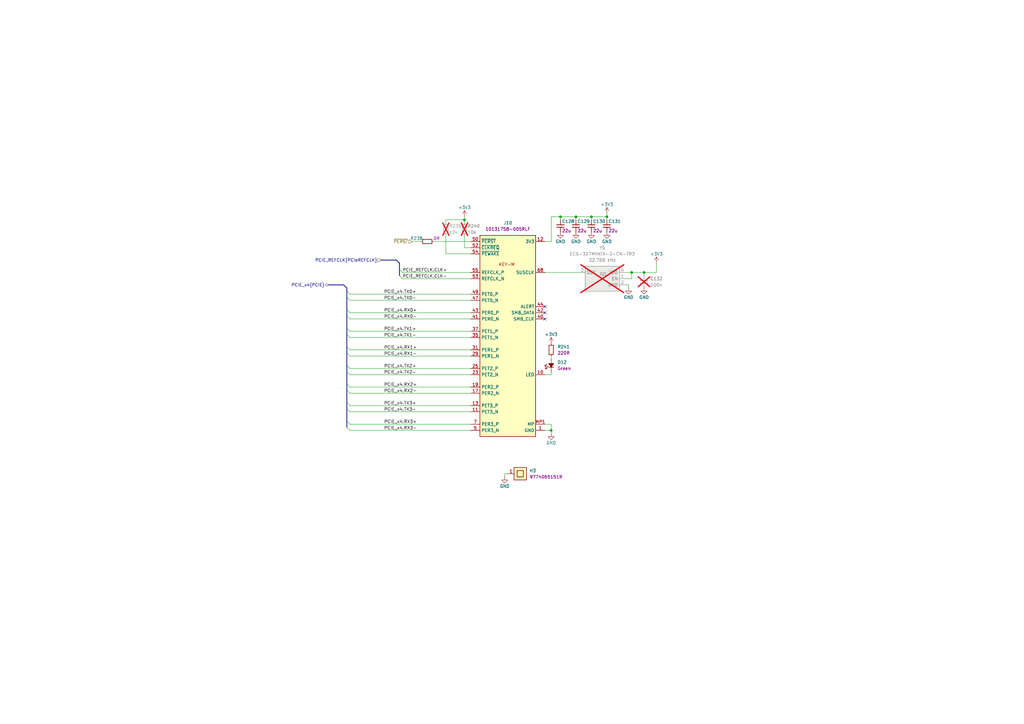
<source format=kicad_sch>
(kicad_sch (version 20250114) (generator "eeschema") (generator_version "9.0")
  (paper "A3")
  (title_block (title "DC-SCM Carrier Card for OSM-L SoMs") (date "2025-10-14") (rev "1.1.0"))
  (lib_symbols
    (symbol "antmicroCapacitors0402:C_100n_0402" (pin_numbers (hide yes)) (pin_names (hide yes))
      (property "Reference" "C" (at 20.32 -5.08 0))
      (property "Val" "100n" (at 20.32 -7.62 0))
      (symbol "C_100n_0402_0_1"
        (polyline (pts (xy 2.032 -1.524) (xy 2.032 1.524)) (stroke (width 0.3048)))
        (polyline (pts (xy 3.048 -1.524) (xy 3.048 1.524)) (stroke (width 0.3302)))
      )
      (symbol "C_100n_0402_1_1"
        (pin passive line (at 0 0 0) (length 2.032) (name "~") (number "1"))
        (pin passive line (at 5.08 0 180) (length 2.032) (name "~") (number "2"))
      )
    )
    (symbol "antmicroCapacitors0603:C_22u_0603" (pin_numbers (hide yes)) (pin_names (hide yes))
      (property "Reference" "C" (at 20.32 -5.08 0))
      (property "Val" "22u" (at 20.32 -7.62 0))
      (symbol "C_22u_0603_0_1"
        (polyline (pts (xy 2.032 -1.524) (xy 2.032 1.524)) (stroke (width 0.3048)))
        (polyline (pts (xy 3.048 -1.524) (xy 3.048 1.524)) (stroke (width 0.3302)))
      )
      (symbol "C_22u_0603_1_1"
        (pin passive line (at 0 0 0) (length 2.032) (name "~") (number "1"))
        (pin passive line (at 5.08 0 180) (length 2.032) (name "~") (number "2"))
      )
    )
    (symbol "antmicroLEDIndicationDiscrete:LED_G_0402_VLMTG1500-GS08" (pin_numbers (hide yes)) (pin_names (hide yes))
      (property "Reference" "D" (at 22.86 -2.54 0))
      (property "Color" "Green" (at 22.86 -5.08 0))
      (symbol "LED_G_0402_VLMTG1500-GS08_0_1"
        (polyline (pts (xy 1.905 0) (xy 0.635 0)))
        (polyline (pts (xy 4.445 0) (xy 3.175 0)))
      )
      (symbol "LED_G_0402_VLMTG1500-GS08_1_1"
        (polyline (pts (xy 1.143 2.286) (xy 1.143 1.778) (xy 1.143 2.286) (xy 1.651 2.286) (xy 1.143 2.286) (xy 2.159 1.27)) (stroke (width 0.254)))
        (polyline (pts (xy 1.778 1.016) (xy 1.778 -1.016)) (stroke (width 0.254)))
        (polyline (pts (xy 2.159 2.54) (xy 2.159 2.032) (xy 2.159 2.54) (xy 2.667 2.54) (xy 2.159 2.54) (xy 3.048 1.651)) (stroke (width 0.254)))
        (polyline (pts (xy 3.302 1.016) (xy 3.302 -1.016) (xy 1.778 0) (xy 3.302 1.016)) (stroke (width 0.254)) (fill (type outline)))
        (pin passive line (at 0 0 0) (length 0.635) (name "C") (number "1"))
        (pin passive line (at 5.08 0 180) (length 0.635) (name "A") (number "2"))
      )
    )
    (symbol "antmicroMechanicalParts:Spacer_Drill3.7mm_H6.5mm_9774065151R"
      (property "Reference" "H" (at 15.24 -5.08 0))
      (property "MPN" "9774065151R" (at 15.24 -7.62 0))
      (symbol "Spacer_Drill3.7mm_H6.5mm_9774065151R_1_1"
        (rectangle (start 2.54 -2.54) (end 7.62 2.54) (stroke (width 0.254)) (fill (type background)))
        (rectangle (start 3.81 -1.27) (end 6.35 1.27) (stroke (width 0.254)) (fill (type background)))
        (pin passive line (at 0 0 0) (length 2.54) (name "~") (number "1"))
      )
    )
    (symbol "antmicroOscillators:Oscillator_32.768kHz_ECS_2520MV"
      (property "Reference" "Y" (at 26.035 -2.54 0))
      (property "MPN" "ECS-327MVATX-2-CN-TR3" (at 26.035 -5.08 0))
      (property "Val" "32.768 kHz" (at 26.035 -10.16 0))
      (symbol "Oscillator_32.768kHz_ECS_2520MV_1_1"
        (rectangle (start 2.54 2.54) (end 16.51 -7.62) (stroke (width 0.254)) (fill (type background)))
        (polyline (pts (xy 7.62 -1.27) (xy 8.255 -1.27) (xy 8.255 0) (xy 8.89 0) (xy 8.89 -1.27) (xy 9.525 -1.27) (xy 9.525 0) (xy 10.16 0) (xy 10.16 -1.27)) (stroke (width 0.254)) (fill (type background)))
        (pin power_in line (at 0 0 0) (length 2.54) (name "VDD") (number "4"))
        (pin input line (at 0 -2.54 0) (length 2.54) (name "EN") (number "1"))
        (pin power_in line (at 0 -5.08 0) (length 2.54) (name "GND") (number "2"))
        (pin output line (at 19.05 0 180) (length 2.54) (name "OUT") (number "3"))
      )
    )
    (symbol "antmicroPciConnectors:Bus_M.2_10131758-005RLF"
      (property "Reference" "J" (at 45.72 6.35 0))
      (property "MPN" "10131758-005RLF" (at 45.72 3.81 0))
      (symbol "Bus_M.2_10131758-005RLF_1_1"
        (rectangle (start 3.81 2.54) (end 26.67 -80.01) (stroke (width 0.254)) (fill (type background)))
        (text "KEY-M" (at 11.43 -10.16 0) (effects (font (size 1.27 1.27)) (justify left bottom)))
        (pin input line (at 0 0 0) (length 3.81) (name "~{PERST}") (number "50"))
        (pin output line (at 0 -2.54 0) (length 3.81) (name "~{CLKREQ}") (number "52"))
        (pin input line (at 0 -5.08 0) (length 3.81) (name "~{PEWAKE}") (number "54"))
        (pin input line (at 0 -12.7 0) (length 3.81) (name "REFCLK_P") (number "55"))
        (pin input line (at 0 -15.24 0) (length 3.81) (name "REFCLK_N") (number "53"))
        (pin input line (at 0 -21.59 0) (length 3.81) (name "PET0_P") (number "49"))
        (pin input line (at 0 -24.13 0) (length 3.81) (name "PET0_N") (number "47"))
        (pin output line (at 0 -29.21 0) (length 3.81) (name "PER0_P") (number "43"))
        (pin output line (at 0 -31.75 0) (length 3.81) (name "PER0_N") (number "41"))
        (pin input line (at 0 -36.83 0) (length 3.81) (name "PET1_P") (number "37"))
        (pin input line (at 0 -39.37 0) (length 3.81) (name "PET1_N") (number "35"))
        (pin output line (at 0 -44.45 0) (length 3.81) (name "PER1_P") (number "31"))
        (pin output line (at 0 -46.99 0) (length 3.81) (name "PER1_N") (number "29"))
        (pin input line (at 0 -52.07 0) (length 3.81) (name "PET2_P") (number "25"))
        (pin input line (at 0 -54.61 0) (length 3.81) (name "PET2_N") (number "23"))
        (pin output line (at 0 -59.69 0) (length 3.81) (name "PER2_P") (number "19"))
        (pin output line (at 0 -62.23 0) (length 3.81) (name "PER2_N") (number "17"))
        (pin input line (at 0 -67.31 0) (length 3.81) (name "PET3_P") (number "13"))
        (pin input line (at 0 -69.85 0) (length 3.81) (name "PET3_N") (number "11"))
        (pin output line (at 0 -74.93 0) (length 3.81) (name "PER3_P") (number "7"))
        (pin output line (at 0 -77.47 0) (length 3.81) (name "PER3_N") (number "5"))
        (pin no_connect line (at 26.67 -38.1 180) (length 3.81) (hide yes) (name "NC") (number "69"))
        (pin no_connect line (at 26.67 -39.37 180) (length 3.81) (hide yes) (name "NC") (number "6"))
        (pin no_connect line (at 26.67 -40.64 180) (length 3.81) (hide yes) (name "NC") (number "67"))
        (pin no_connect line (at 26.67 -41.91 180) (length 3.81) (hide yes) (name "NC") (number "48"))
        (pin no_connect line (at 26.67 -43.18 180) (length 3.81) (hide yes) (name "NC") (number "56"))
        (pin no_connect line (at 26.67 -44.45 180) (length 3.81) (hide yes) (name "NC") (number "20"))
        (pin no_connect line (at 26.67 -45.72 180) (length 3.81) (hide yes) (name "NC") (number "22"))
        (pin no_connect line (at 26.67 -46.99 180) (length 3.81) (hide yes) (name "NC") (number "24"))
        (pin no_connect line (at 26.67 -59.69 180) (length 3.81) (hide yes) (name "NC") (number "26"))
        (pin no_connect line (at 26.67 -60.96 180) (length 3.81) (hide yes) (name "NC") (number "28"))
        (pin no_connect line (at 26.67 -62.23 180) (length 3.81) (hide yes) (name "NC") (number "30"))
        (pin no_connect line (at 26.67 -63.5 180) (length 3.81) (hide yes) (name "NC") (number "32"))
        (pin no_connect line (at 26.67 -64.77 180) (length 3.81) (hide yes) (name "NC") (number "8"))
        (pin no_connect line (at 26.67 -66.04 180) (length 3.81) (hide yes) (name "NC") (number "34"))
        (pin no_connect line (at 26.67 -67.31 180) (length 3.81) (hide yes) (name "NC") (number "36"))
        (pin no_connect line (at 26.67 -68.58 180) (length 3.81) (hide yes) (name "NC") (number "46"))
        (pin no_connect line (at 26.67 -69.85 180) (length 3.81) (hide yes) (name "NC") (number "38"))
        (pin no_connect line (at 26.67 -71.12 180) (length 3.81) (hide yes) (name "NC") (number "58"))
        (pin passive line (at 30.48 0 180) (length 3.81) (name "3V3") (number "12"))
        (pin passive line (at 30.48 0 180) (length 3.81) (hide yes) (name "3V3") (number "14"))
        (pin passive line (at 30.48 0 180) (length 3.81) (hide yes) (name "3V3") (number "16"))
        (pin passive line (at 30.48 0 180) (length 3.81) (hide yes) (name "3V3") (number "18"))
        (pin passive line (at 30.48 0 180) (length 3.81) (hide yes) (name "3V3") (number "2"))
        (pin passive line (at 30.48 0 180) (length 3.81) (hide yes) (name "3V3") (number "4"))
        (pin passive line (at 30.48 0 180) (length 3.81) (hide yes) (name "3V3") (number "70"))
        (pin passive line (at 30.48 0 180) (length 3.81) (hide yes) (name "3V3") (number "72"))
        (pin passive line (at 30.48 0 180) (length 3.81) (hide yes) (name "3V3") (number "74"))
        (pin input line (at 30.48 -12.7 180) (length 3.81) (name "SUSCLK") (number "68"))
        (pin output line (at 30.48 -26.67 180) (length 3.81) (name "ALERT") (number "44"))
        (pin bidirectional line (at 30.48 -29.21 180) (length 3.81) (name "SMB_DATA") (number "42"))
        (pin input line (at 30.48 -31.75 180) (length 3.81) (name "SMB_CLK") (number "40"))
        (pin passive line (at 30.48 -54.61 180) (length 3.81) (name "LED") (number "10"))
        (pin passive line (at 30.48 -74.93 180) (length 3.81) (name "MP") (number "MP1"))
        (pin passive line (at 30.48 -74.93 180) (length 3.81) (hide yes) (name "MP") (number "MP2"))
        (pin power_in line (at 30.48 -77.47 180) (length 3.81) (name "GND") (number "1"))
        (pin passive line (at 30.48 -77.47 180) (length 3.81) (hide yes) (name "GND") (number "15"))
        (pin passive line (at 30.48 -77.47 180) (length 3.81) (hide yes) (name "GND") (number "21"))
        (pin passive line (at 30.48 -77.47 180) (length 3.81) (hide yes) (name "GND") (number "27"))
        (pin passive line (at 30.48 -77.47 180) (length 3.81) (hide yes) (name "GND") (number "3"))
        (pin passive line (at 30.48 -77.47 180) (length 3.81) (hide yes) (name "GND") (number "33"))
        (pin passive line (at 30.48 -77.47 180) (length 3.81) (hide yes) (name "GND") (number "39"))
        (pin passive line (at 30.48 -77.47 180) (length 3.81) (hide yes) (name "GND") (number "45"))
        (pin passive line (at 30.48 -77.47 180) (length 3.81) (hide yes) (name "GND") (number "51"))
        (pin passive line (at 30.48 -77.47 180) (length 3.81) (hide yes) (name "GND") (number "57"))
        (pin passive line (at 30.48 -77.47 180) (length 3.81) (hide yes) (name "GND") (number "71"))
        (pin passive line (at 30.48 -77.47 180) (length 3.81) (hide yes) (name "GND") (number "73"))
        (pin passive line (at 30.48 -77.47 180) (length 3.81) (hide yes) (name "GND") (number "75"))
        (pin passive line (at 30.48 -77.47 180) (length 3.81) (hide yes) (name "GND") (number "9"))
      )
    )
    (symbol "antmicroResistors0402:R_0R_0402" (pin_numbers (hide yes)) (pin_names (hide yes))
      (property "Reference" "R" (at 20.32 -5.08 0))
      (property "Val" "0R" (at 20.32 -7.62 0))
      (symbol "R_0R_0402_0_1"
        (rectangle (start 0.635 0.889) (end 4.445 -0.889) (stroke (width 0.254)))
      )
      (symbol "R_0R_0402_1_1"
        (pin passive line (at 0 0 0) (length 0.635) (name "~") (number "1"))
        (pin passive line (at 5.08 0 180) (length 0.635) (name "~") (number "2"))
      )
    )
    (symbol "antmicroResistors0402:R_10k_0402" (pin_numbers (hide yes)) (pin_names (hide yes))
      (property "Reference" "R" (at 20.32 -5.08 0))
      (property "Val" "10k" (at 20.32 -7.62 0))
      (symbol "R_10k_0402_0_1"
        (rectangle (start 0.635 0.889) (end 4.445 -0.889) (stroke (width 0.254)))
      )
      (symbol "R_10k_0402_1_1"
        (pin passive line (at 0 0 0) (length 0.635) (name "~") (number "1"))
        (pin passive line (at 5.08 0 180) (length 0.635) (name "~") (number "2"))
      )
    )
    (symbol "antmicroResistors0402:R_220R_0402" (pin_numbers (hide yes)) (pin_names (hide yes))
      (property "Reference" "R" (at 20.32 -5.08 0))
      (property "Val" "220R" (at 20.32 -7.62 0))
      (symbol "R_220R_0402_0_1"
        (rectangle (start 0.635 0.889) (end 4.445 -0.889) (stroke (width 0.254)))
      )
      (symbol "R_220R_0402_1_1"
        (pin passive line (at 0 0 0) (length 0.635) (name "~") (number "1"))
        (pin passive line (at 5.08 0 180) (length 0.635) (name "~") (number "2"))
      )
    )
    (symbol "antmicropower:+3V3" (power) (pin_numbers (hide yes)) (pin_names (hide yes))
      (property "Value" "+3V3" (at -3.175 2.54 0))
      (symbol "+3V3_0_1"
        (polyline (pts (xy 0 2.54) (xy -0.762 1.27)))
        (polyline (pts (xy 0 2.54) (xy 0.762 1.27)))
        (polyline (pts (xy 0 0) (xy 0 2.54)))
      )
      (symbol "+3V3_1_1"
        (pin power_in line (at 0 0 90) (length 0) (hide yes) (name "+3V3") (number "1"))
      )
    )
    (symbol "antmicropower:GND" (power) (pin_numbers (hide yes)) (pin_names (hide yes))
      (property "Value" "GND" (at 8.89 -5.08 0))
      (symbol "GND_1_1"
        (polyline (pts (xy 0 0) (xy 0 -1.27) (xy 1.27 -1.27) (xy 0 -2.54) (xy -1.27 -1.27) (xy 0 -1.27)))
        (pin power_in line (at 0 0 270) (length 0) (name "GND") (number "1"))
      )
    )
  )
  (junction (at 242.57 88.9))
  (junction (at 259.08 111.76))
  (junction (at 229.87 88.9))
  (junction (at 190.5 90.17))
  (junction (at 236.22 88.9))
  (junction (at 226.06 176.53))
  (junction (at 264.16 111.76))
  (junction (at 248.92 88.9))
  (no_connect (at 223.52 130.81))
  (no_connect (at 223.52 128.27))
  (no_connect (at 223.52 125.73))
  (bus_entry (at 142.24 175.26) (size 1.27 1.27))
  (bus_entry (at 142.24 167.64) (size 1.27 1.27))
  (bus_entry (at 142.24 134.62) (size 1.27 1.27))
  (bus_entry (at 142.24 160.02) (size 1.27 1.27))
  (bus_entry (at 142.24 165.1) (size 1.27 1.27))
  (bus_entry (at 163.83 113.03) (size 1.27 1.27))
  (bus_entry (at 142.24 121.92) (size 1.27 1.27))
  (bus_entry (at 142.24 172.72) (size 1.27 1.27))
  (bus_entry (at 142.24 152.4) (size 1.27 1.27))
  (bus_entry (at 142.24 137.16) (size 1.27 1.27))
  (bus_entry (at 142.24 127) (size 1.27 1.27))
  (bus_entry (at 142.24 119.38) (size 1.27 1.27))
  (bus_entry (at 142.24 157.48) (size 1.27 1.27))
  (bus_entry (at 142.24 144.78) (size 1.27 1.27))
  (bus_entry (at 142.24 129.54) (size 1.27 1.27))
  (bus_entry (at 142.24 149.86) (size 1.27 1.27))
  (bus_entry (at 163.83 110.49) (size 1.27 1.27))
  (bus_entry (at 142.24 142.24) (size 1.27 1.27))
  (wire (pts (xy 248.92 87.63) (xy 248.92 88.9)))
  (bus (pts (xy 142.24 167.64) (xy 142.24 172.72)))
  (wire (pts (xy 256.54 114.3) (xy 259.08 114.3)))
  (bus (pts (xy 162.56 106.68) (xy 163.83 107.95)))
  (wire (pts (xy 182.88 104.14) (xy 182.88 96.52)))
  (bus (pts (xy 142.24 172.72) (xy 142.24 175.26)))
  (wire (pts (xy 168.91 99.06) (xy 172.72 99.06)))
  (wire (pts (xy 143.51 128.27) (xy 193.04 128.27)))
  (wire (pts (xy 143.51 130.81) (xy 193.04 130.81)))
  (bus (pts (xy 142.24 129.54) (xy 142.24 134.62)))
  (wire (pts (xy 259.08 111.76) (xy 256.54 111.76)))
  (wire (pts (xy 257.81 116.84) (xy 257.81 118.11)))
  (wire (pts (xy 143.51 158.75) (xy 193.04 158.75)))
  (wire (pts (xy 236.22 88.9) (xy 236.22 90.17)))
  (wire (pts (xy 143.51 153.67) (xy 193.04 153.67)))
  (wire (pts (xy 143.51 143.51) (xy 193.04 143.51)))
  (wire (pts (xy 165.1 114.3) (xy 193.04 114.3)))
  (wire (pts (xy 190.5 96.52) (xy 190.5 101.6)))
  (wire (pts (xy 226.06 173.99) (xy 226.06 176.53)))
  (wire (pts (xy 207.01 194.31) (xy 208.28 194.31)))
  (wire (pts (xy 207.01 195.58) (xy 207.01 194.31)))
  (wire (pts (xy 190.5 88.9) (xy 190.5 90.17)))
  (wire (pts (xy 269.24 111.76) (xy 264.16 111.76)))
  (bus (pts (xy 142.24 137.16) (xy 142.24 142.24)))
  (wire (pts (xy 190.5 90.17) (xy 182.88 90.17)))
  (wire (pts (xy 264.16 111.76) (xy 264.16 113.03)))
  (bus (pts (xy 142.24 165.1) (xy 142.24 167.64)))
  (bus (pts (xy 142.24 160.02) (xy 142.24 165.1)))
  (bus (pts (xy 156.21 106.68) (xy 162.56 106.68)))
  (wire (pts (xy 226.06 146.05) (xy 226.06 147.32)))
  (wire (pts (xy 236.22 88.9) (xy 242.57 88.9)))
  (bus (pts (xy 142.24 149.86) (xy 142.24 152.4)))
  (bus (pts (xy 140.97 116.84) (xy 142.24 118.11)))
  (wire (pts (xy 256.54 116.84) (xy 257.81 116.84)))
  (bus (pts (xy 142.24 118.11) (xy 142.24 119.38)))
  (wire (pts (xy 143.51 176.53) (xy 193.04 176.53)))
  (bus (pts (xy 142.24 144.78) (xy 142.24 149.86)))
  (bus (pts (xy 163.83 107.95) (xy 163.83 110.49)))
  (wire (pts (xy 143.51 151.13) (xy 193.04 151.13)))
  (wire (pts (xy 143.51 138.43) (xy 193.04 138.43)))
  (wire (pts (xy 223.52 99.06) (xy 226.06 99.06)))
  (wire (pts (xy 193.04 104.14) (xy 182.88 104.14)))
  (wire (pts (xy 143.51 123.19) (xy 193.04 123.19)))
  (wire (pts (xy 248.92 88.9) (xy 248.92 90.17)))
  (bus (pts (xy 142.24 134.62) (xy 142.24 137.16)))
  (wire (pts (xy 226.06 153.67) (xy 226.06 152.4)))
  (wire (pts (xy 226.06 99.06) (xy 226.06 88.9)))
  (wire (pts (xy 182.88 90.17) (xy 182.88 91.44)))
  (wire (pts (xy 269.24 107.95) (xy 269.24 111.76)))
  (wire (pts (xy 223.52 111.76) (xy 237.49 111.76)))
  (wire (pts (xy 259.08 114.3) (xy 259.08 111.76)))
  (wire (pts (xy 143.51 168.91) (xy 193.04 168.91)))
  (wire (pts (xy 143.51 166.37) (xy 193.04 166.37)))
  (wire (pts (xy 190.5 90.17) (xy 190.5 91.44)))
  (bus (pts (xy 142.24 121.92) (xy 142.24 127)))
  (bus (pts (xy 134.62 116.84) (xy 140.97 116.84)))
  (wire (pts (xy 242.57 88.9) (xy 242.57 90.17)))
  (bus (pts (xy 142.24 127) (xy 142.24 129.54)))
  (bus (pts (xy 142.24 152.4) (xy 142.24 157.48)))
  (wire (pts (xy 143.51 173.99) (xy 193.04 173.99)))
  (wire (pts (xy 229.87 88.9) (xy 229.87 90.17)))
  (wire (pts (xy 177.8 99.06) (xy 193.04 99.06)))
  (wire (pts (xy 226.06 176.53) (xy 226.06 177.8)))
  (wire (pts (xy 143.51 135.89) (xy 193.04 135.89)))
  (wire (pts (xy 223.52 176.53) (xy 226.06 176.53)))
  (wire (pts (xy 242.57 88.9) (xy 248.92 88.9)))
  (bus (pts (xy 142.24 119.38) (xy 142.24 121.92)))
  (wire (pts (xy 223.52 173.99) (xy 226.06 173.99)))
  (wire (pts (xy 143.51 120.65) (xy 193.04 120.65)))
  (wire (pts (xy 143.51 161.29) (xy 193.04 161.29)))
  (bus (pts (xy 142.24 142.24) (xy 142.24 144.78)))
  (wire (pts (xy 226.06 88.9) (xy 229.87 88.9)))
  (wire (pts (xy 143.51 146.05) (xy 193.04 146.05)))
  (wire (pts (xy 223.52 153.67) (xy 226.06 153.67)))
  (bus (pts (xy 163.83 110.49) (xy 163.83 113.03)))
  (wire (pts (xy 229.87 88.9) (xy 236.22 88.9)))
  (wire (pts (xy 190.5 101.6) (xy 193.04 101.6)))
  (wire (pts (xy 165.1 111.76) (xy 193.04 111.76)))
  (wire (pts (xy 259.08 111.76) (xy 264.16 111.76)))
  (bus (pts (xy 142.24 157.48) (xy 142.24 160.02)))
  (label "PCIE_x4.RX1-" (at 157.48 146.05 0))
  (label "PCIE_x4.TX1-" (at 157.48 138.43 0))
  (label "PCIE_x4.TX2-" (at 157.48 153.67 0))
  (label "PCIE_x4.TX0+" (at 157.48 120.65 0))
  (label "PCIE_x4.TX3-" (at 157.48 168.91 0))
  (label "PCIE_x4.TX2+" (at 157.48 151.13 0))
  (label "PCIE_x4.RX0+" (at 157.48 128.27 0))
  (label "PCIE_x4.RX2-" (at 157.48 161.29 0))
  (label "PCIE_x4.RX1+" (at 157.48 143.51 0))
  (label "PCIE_x4.TX1+" (at 157.48 135.89 0))
  (label "PCIE_x4.RX3+" (at 157.48 173.99 0))
  (label "PCIE_x4.RX0-" (at 157.48 130.81 0))
  (label "PCIE_REFCLK.CLK+" (at 165.1 111.76 0))
  (label "PCIE_x4.TX3+" (at 157.48 166.37 0))
  (label "PCIE_x4.RX3-" (at 157.48 176.53 0))
  (label "PCIE_x4.TX0-" (at 157.48 123.19 0))
  (label "PCIE_REFCLK.CLK-" (at 165.1 114.3 0))
  (label "PCIE_x4.RX2+" (at 157.48 158.75 0))
  (hierarchical_label "~{PERST}" (shape input) (at 168.91 99.06 180))
  (hierarchical_label "PCIE_x4{PCIE}" (shape bidirectional) (at 134.62 116.84 180))
  (hierarchical_label "PCIE_REFCLK{PCIeREFCLK}" (shape input) (at 156.21 106.68 180))
  (symbol (lib_id "antmicroResistors0402:R_0R_0402") (at 172.72 99.06 0) (unit 1)
    (property "Reference" "R238" (at 170.815 97.79 0))
    (property "Value" "R_0R_0402" (effects (hide yes)))
    (property "Footprint" "antmicro-footprints:R_0402_1005Metric" (effects (hide yes)))
    (property "Datasheet" "https://industrial.panasonic.com/cdbs/www-data/pdf/RDA0000/AOA0000C301.pdf" (effects (hide yes)))
    (property "Description" "SMD Chip Resistor, Jumper, 0 ohm, 100 mW, 0402 [1005 Metric], Thick Film, General Purpose" (effects (hide yes)))
    (property "MPN" "ERJ2GE0R00X" (effects (hide yes)))
    (property "Manufacturer" "Panasonic" (effects (hide yes)))
    (property "License" "Apache-2.0" (effects (hide yes)))
    (property "Author" "Antmicro" (effects (hide yes)))
    (property "Val" "0R" (at 179.07 97.79 0))
    (property "Current" "1A" (effects (hide yes)))
  )
  (symbol (lib_id "antmicropower:GND") (at 248.92 95.25 0) (unit 1)
    (property "Reference" "#PWR0246" (effects (hide yes)))
    (property "Value" "GND" (at 248.92 99.06 0))
    (property "Author" "Antmicro" (effects (hide yes)))
    (property "License" "Apache-2.0" (effects (hide yes)))
  )
  (symbol (lib_id "antmicroCapacitors0603:C_22u_0603") (at 248.92 95.25 90) (unit 1)
    (property "Reference" "C131" (at 249.555 90.805 90) (effects (justify right)))
    (property "Value" "C_22u_0603" (effects (hide yes)))
    (property "Footprint" "antmicro-footprints:C_0603_1608Metric" (effects (hide yes)))
    (property "Datasheet" "https://www.murata.com/products/productdetail?partno=GRM188R60J226MEA0%23" (effects (hide yes)))
    (property "Description" "SMD Multilayer Ceramic Capacitor, 22 µF, 6.3 V, 0603 [1608 Metric], ± 20%, X5R, GRM Series" (effects (hide yes)))
    (property "MPN" "GRM188R60J226MEA0D" (effects (hide yes)))
    (property "Manufacturer" "Murata" (effects (hide yes)))
    (property "License" "Apache-2.0" (effects (hide yes)))
    (property "Author" "Antmicro" (effects (hide yes)))
    (property "Val" "22u" (at 249.555 94.615 90) (effects (justify right)))
  )
  (symbol (lib_id "antmicroCapacitors0402:C_100n_0402") (at 264.16 118.11 90) (unit 1) (in_bom no) (dnp yes)
    (property "Reference" "C132" (at 266.7 114.2936 90) (effects (justify right)))
    (property "Value" "C_100n_0402" (effects (hide yes)))
    (property "Footprint" "antmicro-footprints:C_0402_1005Metric" (effects (hide yes)))
    (property "Datasheet" "https://www.murata.com/products/productdetail?partno=GRM155R61H104KE14%23" (effects (hide yes)))
    (property "Description" "SMD Multilayer Ceramic Capacitor, 0.1 µF, 50 V, 0402 [1005 Metric], ± 10%, X5R, GRM Series" (effects (hide yes)))
    (property "MPN" "GRM155R61H104KE14D" (effects (hide yes)))
    (property "Manufacturer" "Murata" (effects (hide yes)))
    (property "License" "Apache-2.0" (effects (hide yes)))
    (property "Author" "Antmicro" (effects (hide yes)))
    (property "Val" "100n" (at 266.7 116.8336 90) (effects (justify right)))
    (property "Voltage" "50V" (effects (hide yes)))
    (property "Dielectric" "X5R" (effects (hide yes)))
  )
  (symbol (lib_id "antmicroOscillators:Oscillator_32.768kHz_ECS_2520MV") (at 256.54 111.76 0) (mirror y) (unit 1) (in_bom no) (dnp yes)
    (property "Reference" "Y5" (at 247.015 101.6 0))
    (property "Value" "Oscillator_32.768kHz_ECS_2520MV" (effects (hide yes)))
    (property "Footprint" "antmicro-footprints:Oscillator_SMD_ECS_2520MV_2.5x2mm" (effects (hide yes)))
    (property "Datasheet" "https://ecsxtal.com/store/pdf/ECS-327MVATX.pdf" (effects (hide yes)))
    (property "Description" "32.768 kHz XO (Standard) CMOS Oscillator 1.6V ~ 3.6V Enable/Disable 4-SMD, No Lead" (effects (hide yes)))
    (property "Manufacturer" "ECS Inc. International" (effects (hide yes)))
    (property "MPN" "ECS-327MVATX-2-CN-TR3" (at 247.015 104.14 0))
    (property "Val" "32.768 kHz" (at 247.015 106.68 0))
    (property "Author" "Antmicro" (effects (hide yes)))
    (property "License" "Apache-2.0" (effects (hide yes)))
  )
  (symbol (lib_id "antmicroCapacitors0603:C_22u_0603") (at 236.22 95.25 90) (unit 1)
    (property "Reference" "C129" (at 236.855 90.805 90) (effects (justify right)))
    (property "Value" "C_22u_0603" (effects (hide yes)))
    (property "Footprint" "antmicro-footprints:C_0603_1608Metric" (effects (hide yes)))
    (property "Datasheet" "https://www.murata.com/products/productdetail?partno=GRM188R60J226MEA0%23" (effects (hide yes)))
    (property "Description" "SMD Multilayer Ceramic Capacitor, 22 µF, 6.3 V, 0603 [1608 Metric], ± 20%, X5R, GRM Series" (effects (hide yes)))
    (property "MPN" "GRM188R60J226MEA0D" (effects (hide yes)))
    (property "Manufacturer" "Murata" (effects (hide yes)))
    (property "License" "Apache-2.0" (effects (hide yes)))
    (property "Author" "Antmicro" (effects (hide yes)))
    (property "Val" "22u" (at 236.855 94.615 90) (effects (justify right)))
  )
  (symbol (lib_id "antmicroCapacitors0603:C_22u_0603") (at 229.87 95.25 90) (unit 1)
    (property "Reference" "C128" (at 230.505 90.805 90) (effects (justify right)))
    (property "Value" "C_22u_0603" (effects (hide yes)))
    (property "Footprint" "antmicro-footprints:C_0603_1608Metric" (effects (hide yes)))
    (property "Datasheet" "https://www.murata.com/products/productdetail?partno=GRM188R60J226MEA0%23" (effects (hide yes)))
    (property "Description" "SMD Multilayer Ceramic Capacitor, 22 µF, 6.3 V, 0603 [1608 Metric], ± 20%, X5R, GRM Series" (effects (hide yes)))
    (property "MPN" "GRM188R60J226MEA0D" (effects (hide yes)))
    (property "Manufacturer" "Murata" (effects (hide yes)))
    (property "License" "Apache-2.0" (effects (hide yes)))
    (property "Author" "Antmicro" (effects (hide yes)))
    (property "Val" "22u" (at 230.505 94.615 90) (effects (justify right)))
  )
  (symbol (lib_id "antmicroResistors0402:R_10k_0402") (at 190.5 96.52 90) (unit 1) (in_bom no) (dnp yes)
    (property "Reference" "R240" (at 191.77 92.71 90) (effects (justify right)))
    (property "Value" "R_10k_0402" (effects (hide yes)))
    (property "Footprint" "antmicro-footprints:R_0402_1005Metric" (effects (hide yes)))
    (property "Datasheet" "https://www.bourns.com/docs/product-datasheets/cr.pdf" (effects (hide yes)))
    (property "Description" "SMD Chip Resistor, 10 kohm, ± 1%, 62.5 mW, 0402 [1005 Metric], Thick Film, General Purpose" (effects (hide yes)))
    (property "MPN" "CR0402-FX-1002GLF" (effects (hide yes)))
    (property "Manufacturer" "Bourns" (effects (hide yes)))
    (property "License" "Apache-2.0" (effects (hide yes)))
    (property "Author" "Antmicro" (effects (hide yes)))
    (property "Val" "10k" (at 191.77 95.25 90) (effects (justify right)))
    (property "Tolerance" "1%" (effects (hide yes)))
  )
  (symbol (lib_id "antmicropower:+3V3") (at 248.92 87.63 0) (unit 1)
    (property "Reference" "#PWR0245" (effects (hide yes)))
    (property "Value" "+3V3" (at 248.92 83.82 0))
    (property "Author" "Antmicro" (effects (hide yes)))
    (property "License" "Apache-2.0" (effects (hide yes)))
  )
  (symbol (lib_id "antmicroPciConnectors:Bus_M.2_10131758-005RLF") (at 193.04 99.06 0) (unit 1)
    (property "Reference" "J10" (at 208.28 91.44 0))
    (property "Value" "Bus_M.2_10131758-005RLF" (effects (hide yes)))
    (property "Footprint" "antmicro-footprints:Bus_M.2_Socket_Key_M_Amphenol_10131758-005RLF" (effects (hide yes)))
    (property "Datasheet" "https://cdn.amphenol-cs.com/media/wysiwyg/files/documentation/datasheet/ssio/ssio_pcie_m2.pdf" (effects (hide yes)))
    (property "Description" "Card Edge Connector, 0, Dual Side, 67 Contacts, Surface Mount, Right Angle, Solder" (effects (hide yes)))
    (property "MPN" "10131758-005RLF" (at 208.28 93.98 0))
    (property "Manufacturer" "Amphenol" (effects (hide yes)))
    (property "Author" "Antmicro" (effects (hide yes)))
    (property "License" "Apache-2.0" (effects (hide yes)))
  )
  (symbol (lib_id "antmicropower:+3V3") (at 190.5 88.9 0) (unit 1)
    (property "Reference" "#PWR0238" (effects (hide yes)))
    (property "Value" "+3V3" (at 190.5 85.09 0))
    (property "Author" "Antmicro" (effects (hide yes)))
    (property "License" "Apache-2.0" (effects (hide yes)))
  )
  (symbol (lib_id "antmicroResistors0402:R_10k_0402") (at 182.88 96.52 90) (unit 1) (in_bom no) (dnp yes)
    (property "Reference" "R239" (at 184.15 92.71 90) (effects (justify right)))
    (property "Value" "R_10k_0402" (effects (hide yes)))
    (property "Footprint" "antmicro-footprints:R_0402_1005Metric" (effects (hide yes)))
    (property "Datasheet" "https://www.bourns.com/docs/product-datasheets/cr.pdf" (effects (hide yes)))
    (property "Description" "SMD Chip Resistor, 10 kohm, ± 1%, 62.5 mW, 0402 [1005 Metric], Thick Film, General Purpose" (effects (hide yes)))
    (property "MPN" "CR0402-FX-1002GLF" (effects (hide yes)))
    (property "Manufacturer" "Bourns" (effects (hide yes)))
    (property "License" "Apache-2.0" (effects (hide yes)))
    (property "Author" "Antmicro" (effects (hide yes)))
    (property "Val" "10k" (at 184.15 95.25 90) (effects (justify right)))
    (property "Tolerance" "1%" (effects (hide yes)))
  )
  (symbol (lib_id "antmicroResistors0402:R_220R_0402") (at 226.06 146.05 90) (unit 1)
    (property "Reference" "R241" (at 228.6 142.24 90) (effects (justify right)))
    (property "Value" "R_220R_0402" (effects (hide yes)))
    (property "Footprint" "antmicro-footprints:R_0402_1005Metric" (effects (hide yes)))
    (property "Datasheet" "https://www.bourns.com/docs/product-datasheets/cr.pdf" (effects (hide yes)))
    (property "Description" "SMD Chip Resistor, 220 ohm, ± 1%, 62.5 mW, 0402 [1005 Metric], Thick Film, General Purpose" (effects (hide yes)))
    (property "MPN" "CR0402-FX-2200GLF" (effects (hide yes)))
    (property "Manufacturer" "Bourns" (effects (hide yes)))
    (property "License" "Apache-2.0" (effects (hide yes)))
    (property "Author" "Antmicro" (effects (hide yes)))
    (property "Val" "220R" (at 228.6 144.78 90) (effects (justify right)))
    (property "Tolerance" "1%" (effects (hide yes)))
  )
  (symbol (lib_id "antmicropower:GND") (at 236.22 95.25 0) (unit 1)
    (property "Reference" "#PWR0243" (effects (hide yes)))
    (property "Value" "GND" (at 236.22 99.06 0))
    (property "Author" "Antmicro" (effects (hide yes)))
    (property "License" "Apache-2.0" (effects (hide yes)))
  )
  (symbol (lib_id "antmicroMechanicalParts:Spacer_Drill3.7mm_H6.5mm_9774065151R") (at 208.28 194.31 0) (unit 1)
    (property "Reference" "H3" (at 217.17 193.04 0) (effects (justify left)))
    (property "Value" "Spacer_Drill3.7mm_H6.5mm_9774065151R" (effects (hide yes)))
    (property "Footprint" "antmicro-footprints:Spacer_Drill3.7mm_H6.5mm_9774065151R" (effects (hide yes)))
    (property "Datasheet" "https://www.we-online.com/components/products/datasheet/9774065151R.pdf" (effects (hide yes)))
    (property "Description" "Standoff, Steel, M2.5, Hex Female-Female, 6.5 mm, 7.9 mm, WA-SMSI Series" (effects (hide yes)))
    (property "Manufacturer" "Würth Elektronik" (effects (hide yes)))
    (property "MPN" "9774065151R" (at 217.17 195.58 0) (effects (justify left)))
    (property "Author" "Antmicro" (effects (hide yes)))
    (property "License" "Apache-2.0" (effects (hide yes)))
  )
  (symbol (lib_id "antmicropower:GND") (at 226.06 177.8 0) (unit 1)
    (property "Reference" "#PWR0241" (effects (hide yes)))
    (property "Value" "GND" (at 226.06 181.61 0))
    (property "Author" "Antmicro" (effects (hide yes)))
    (property "License" "Apache-2.0" (effects (hide yes)))
  )
  (symbol (lib_id "antmicroCapacitors0603:C_22u_0603") (at 242.57 95.25 90) (unit 1)
    (property "Reference" "C130" (at 243.205 90.805 90) (effects (justify right)))
    (property "Value" "C_22u_0603" (effects (hide yes)))
    (property "Footprint" "antmicro-footprints:C_0603_1608Metric" (effects (hide yes)))
    (property "Datasheet" "https://www.murata.com/products/productdetail?partno=GRM188R60J226MEA0%23" (effects (hide yes)))
    (property "Description" "SMD Multilayer Ceramic Capacitor, 22 µF, 6.3 V, 0603 [1608 Metric], ± 20%, X5R, GRM Series" (effects (hide yes)))
    (property "MPN" "GRM188R60J226MEA0D" (effects (hide yes)))
    (property "Manufacturer" "Murata" (effects (hide yes)))
    (property "License" "Apache-2.0" (effects (hide yes)))
    (property "Author" "Antmicro" (effects (hide yes)))
    (property "Val" "22u" (at 243.205 94.615 90) (effects (justify right)))
  )
  (symbol (lib_id "antmicropower:GND") (at 229.87 95.25 0) (unit 1)
    (property "Reference" "#PWR0242" (effects (hide yes)))
    (property "Value" "GND" (at 229.87 99.06 0))
    (property "Author" "Antmicro" (effects (hide yes)))
    (property "License" "Apache-2.0" (effects (hide yes)))
  )
  (symbol (lib_id "antmicropower:GND") (at 264.16 118.11 0) (unit 1)
    (property "Reference" "#PWR0248" (effects (hide yes)))
    (property "Value" "GND" (at 264.16 121.92 0))
    (property "Author" "Antmicro" (effects (hide yes)))
    (property "License" "Apache-2.0" (effects (hide yes)))
  )
  (symbol (lib_id "antmicropower:GND") (at 242.57 95.25 0) (unit 1)
    (property "Reference" "#PWR0244" (effects (hide yes)))
    (property "Value" "GND" (at 242.57 99.06 0))
    (property "Author" "Antmicro" (effects (hide yes)))
    (property "License" "Apache-2.0" (effects (hide yes)))
  )
  (symbol (lib_id "antmicropower:GND") (at 257.81 118.11 0) (unit 1)
    (property "Reference" "#PWR0247" (effects (hide yes)))
    (property "Value" "GND" (at 257.81 121.92 0))
    (property "Author" "Antmicro" (effects (hide yes)))
    (property "License" "Apache-2.0" (effects (hide yes)))
  )
  (symbol (lib_id "antmicropower:GND") (at 207.01 195.58 0) (unit 1)
    (property "Reference" "#PWR0239" (effects (hide yes)))
    (property "Value" "GND" (at 207.01 199.39 0))
    (property "Author" "Antmicro" (effects (hide yes)))
    (property "License" "Apache-2.0" (effects (hide yes)))
  )
  (symbol (lib_id "antmicroLEDIndicationDiscrete:LED_G_0402_VLMTG1500-GS08") (at 226.06 152.4 90) (unit 1)
    (property "Reference" "D12" (at 228.6 148.59 90) (effects (justify right)))
    (property "Value" "LED_G_0402_VLMTG1500-GS08" (effects (hide yes)))
    (property "Footprint" "antmicro-footprints:LED_0402_1005Metric_G" (effects (hide yes)))
    (property "Datasheet" "https://www.vishay.com/docs/82554/vlmo1500.pdf" (effects (hide yes)))
    (property "Description" "LED, Green, SMD, 1005, 5 mA, 3.1 V, 535 nm" (effects (hide yes)))
    (property "MPN" "VLMTG1500-GS08" (effects (hide yes)))
    (property "Manufacturer" "Vishay" (effects (hide yes)))
    (property "Color" "Green" (at 228.6 151.1299 90) (effects (justify right)))
    (property "Author" "Antmicro" (effects (hide yes)))
    (property "License" "Apache-2.0" (effects (hide yes)))
  )
  (symbol (lib_id "antmicropower:+3V3") (at 269.24 107.95 0) (unit 1)
    (property "Reference" "#PWR0418" (effects (hide yes)))
    (property "Value" "+3V3" (at 269.24 104.14 0))
    (property "Author" "Antmicro" (effects (hide yes)))
    (property "License" "Apache-2.0" (effects (hide yes)))
  )
  (symbol (lib_id "antmicropower:+3V3") (at 226.06 140.97 0) (unit 1)
    (property "Reference" "#PWR0240" (effects (hide yes)))
    (property "Value" "+3V3" (at 226.06 137.16 0))
    (property "Author" "Antmicro" (effects (hide yes)))
    (property "License" "Apache-2.0" (effects (hide yes)))
  )
)
</source>
